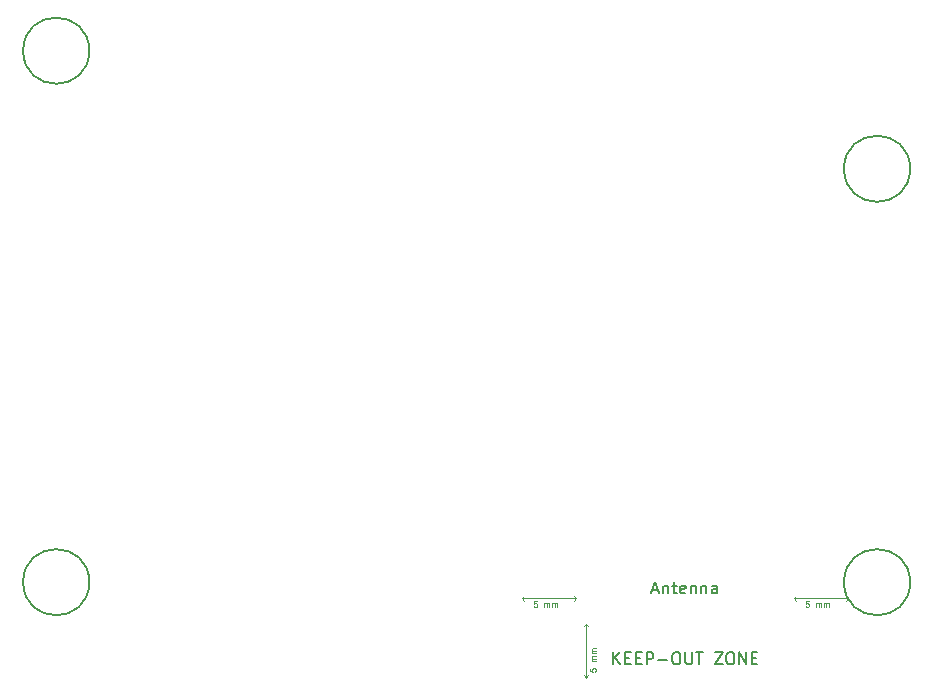
<source format=gbr>
%TF.GenerationSoftware,KiCad,Pcbnew,(6.0.2)*%
%TF.CreationDate,2022-09-20T17:08:32+02:00*%
%TF.ProjectId,led-board,6c65642d-626f-4617-9264-2e6b69636164,rev?*%
%TF.SameCoordinates,Original*%
%TF.FileFunction,Other,Comment*%
%FSLAX46Y46*%
G04 Gerber Fmt 4.6, Leading zero omitted, Abs format (unit mm)*
G04 Created by KiCad (PCBNEW (6.0.2)) date 2022-09-20 17:08:32*
%MOMM*%
%LPD*%
G01*
G04 APERTURE LIST*
%ADD10C,0.100000*%
%ADD11C,0.150000*%
G04 APERTURE END LIST*
D10*
%TO.C,U1*%
X75311904Y-72851190D02*
X75073809Y-72851190D01*
X75050000Y-73089285D01*
X75073809Y-73065476D01*
X75121428Y-73041666D01*
X75240476Y-73041666D01*
X75288095Y-73065476D01*
X75311904Y-73089285D01*
X75335714Y-73136904D01*
X75335714Y-73255952D01*
X75311904Y-73303571D01*
X75288095Y-73327380D01*
X75240476Y-73351190D01*
X75121428Y-73351190D01*
X75073809Y-73327380D01*
X75050000Y-73303571D01*
X75930952Y-73351190D02*
X75930952Y-73017857D01*
X75930952Y-73065476D02*
X75954761Y-73041666D01*
X76002380Y-73017857D01*
X76073809Y-73017857D01*
X76121428Y-73041666D01*
X76145238Y-73089285D01*
X76145238Y-73351190D01*
X76145238Y-73089285D02*
X76169047Y-73041666D01*
X76216666Y-73017857D01*
X76288095Y-73017857D01*
X76335714Y-73041666D01*
X76359523Y-73089285D01*
X76359523Y-73351190D01*
X76597619Y-73351190D02*
X76597619Y-73017857D01*
X76597619Y-73065476D02*
X76621428Y-73041666D01*
X76669047Y-73017857D01*
X76740476Y-73017857D01*
X76788095Y-73041666D01*
X76811904Y-73089285D01*
X76811904Y-73351190D01*
X76811904Y-73089285D02*
X76835714Y-73041666D01*
X76883333Y-73017857D01*
X76954761Y-73017857D01*
X77002380Y-73041666D01*
X77026190Y-73089285D01*
X77026190Y-73351190D01*
X98311904Y-72851190D02*
X98073809Y-72851190D01*
X98050000Y-73089285D01*
X98073809Y-73065476D01*
X98121428Y-73041666D01*
X98240476Y-73041666D01*
X98288095Y-73065476D01*
X98311904Y-73089285D01*
X98335714Y-73136904D01*
X98335714Y-73255952D01*
X98311904Y-73303571D01*
X98288095Y-73327380D01*
X98240476Y-73351190D01*
X98121428Y-73351190D01*
X98073809Y-73327380D01*
X98050000Y-73303571D01*
X98930952Y-73351190D02*
X98930952Y-73017857D01*
X98930952Y-73065476D02*
X98954761Y-73041666D01*
X99002380Y-73017857D01*
X99073809Y-73017857D01*
X99121428Y-73041666D01*
X99145238Y-73089285D01*
X99145238Y-73351190D01*
X99145238Y-73089285D02*
X99169047Y-73041666D01*
X99216666Y-73017857D01*
X99288095Y-73017857D01*
X99335714Y-73041666D01*
X99359523Y-73089285D01*
X99359523Y-73351190D01*
X99597619Y-73351190D02*
X99597619Y-73017857D01*
X99597619Y-73065476D02*
X99621428Y-73041666D01*
X99669047Y-73017857D01*
X99740476Y-73017857D01*
X99788095Y-73041666D01*
X99811904Y-73089285D01*
X99811904Y-73351190D01*
X99811904Y-73089285D02*
X99835714Y-73041666D01*
X99883333Y-73017857D01*
X99954761Y-73017857D01*
X100002380Y-73041666D01*
X100026190Y-73089285D01*
X100026190Y-73351190D01*
D11*
X85088095Y-71916666D02*
X85564285Y-71916666D01*
X84992857Y-72202380D02*
X85326190Y-71202380D01*
X85659523Y-72202380D01*
X85992857Y-71535714D02*
X85992857Y-72202380D01*
X85992857Y-71630952D02*
X86040476Y-71583333D01*
X86135714Y-71535714D01*
X86278571Y-71535714D01*
X86373809Y-71583333D01*
X86421428Y-71678571D01*
X86421428Y-72202380D01*
X86754761Y-71535714D02*
X87135714Y-71535714D01*
X86897619Y-71202380D02*
X86897619Y-72059523D01*
X86945238Y-72154761D01*
X87040476Y-72202380D01*
X87135714Y-72202380D01*
X87850000Y-72154761D02*
X87754761Y-72202380D01*
X87564285Y-72202380D01*
X87469047Y-72154761D01*
X87421428Y-72059523D01*
X87421428Y-71678571D01*
X87469047Y-71583333D01*
X87564285Y-71535714D01*
X87754761Y-71535714D01*
X87850000Y-71583333D01*
X87897619Y-71678571D01*
X87897619Y-71773809D01*
X87421428Y-71869047D01*
X88326190Y-71535714D02*
X88326190Y-72202380D01*
X88326190Y-71630952D02*
X88373809Y-71583333D01*
X88469047Y-71535714D01*
X88611904Y-71535714D01*
X88707142Y-71583333D01*
X88754761Y-71678571D01*
X88754761Y-72202380D01*
X89230952Y-71535714D02*
X89230952Y-72202380D01*
X89230952Y-71630952D02*
X89278571Y-71583333D01*
X89373809Y-71535714D01*
X89516666Y-71535714D01*
X89611904Y-71583333D01*
X89659523Y-71678571D01*
X89659523Y-72202380D01*
X90564285Y-72202380D02*
X90564285Y-71678571D01*
X90516666Y-71583333D01*
X90421428Y-71535714D01*
X90230952Y-71535714D01*
X90135714Y-71583333D01*
X90564285Y-72154761D02*
X90469047Y-72202380D01*
X90230952Y-72202380D01*
X90135714Y-72154761D01*
X90088095Y-72059523D01*
X90088095Y-71964285D01*
X90135714Y-71869047D01*
X90230952Y-71821428D01*
X90469047Y-71821428D01*
X90564285Y-71773809D01*
X81778571Y-78202380D02*
X81778571Y-77202380D01*
X82350000Y-78202380D02*
X81921428Y-77630952D01*
X82350000Y-77202380D02*
X81778571Y-77773809D01*
X82778571Y-77678571D02*
X83111904Y-77678571D01*
X83254761Y-78202380D02*
X82778571Y-78202380D01*
X82778571Y-77202380D01*
X83254761Y-77202380D01*
X83683333Y-77678571D02*
X84016666Y-77678571D01*
X84159523Y-78202380D02*
X83683333Y-78202380D01*
X83683333Y-77202380D01*
X84159523Y-77202380D01*
X84588095Y-78202380D02*
X84588095Y-77202380D01*
X84969047Y-77202380D01*
X85064285Y-77250000D01*
X85111904Y-77297619D01*
X85159523Y-77392857D01*
X85159523Y-77535714D01*
X85111904Y-77630952D01*
X85064285Y-77678571D01*
X84969047Y-77726190D01*
X84588095Y-77726190D01*
X85588095Y-77821428D02*
X86350000Y-77821428D01*
X87016666Y-77202380D02*
X87207142Y-77202380D01*
X87302380Y-77250000D01*
X87397619Y-77345238D01*
X87445238Y-77535714D01*
X87445238Y-77869047D01*
X87397619Y-78059523D01*
X87302380Y-78154761D01*
X87207142Y-78202380D01*
X87016666Y-78202380D01*
X86921428Y-78154761D01*
X86826190Y-78059523D01*
X86778571Y-77869047D01*
X86778571Y-77535714D01*
X86826190Y-77345238D01*
X86921428Y-77250000D01*
X87016666Y-77202380D01*
X87873809Y-77202380D02*
X87873809Y-78011904D01*
X87921428Y-78107142D01*
X87969047Y-78154761D01*
X88064285Y-78202380D01*
X88254761Y-78202380D01*
X88350000Y-78154761D01*
X88397619Y-78107142D01*
X88445238Y-78011904D01*
X88445238Y-77202380D01*
X88778571Y-77202380D02*
X89350000Y-77202380D01*
X89064285Y-78202380D02*
X89064285Y-77202380D01*
X90350000Y-77202380D02*
X91016666Y-77202380D01*
X90350000Y-78202380D01*
X91016666Y-78202380D01*
X91588095Y-77202380D02*
X91778571Y-77202380D01*
X91873809Y-77250000D01*
X91969047Y-77345238D01*
X92016666Y-77535714D01*
X92016666Y-77869047D01*
X91969047Y-78059523D01*
X91873809Y-78154761D01*
X91778571Y-78202380D01*
X91588095Y-78202380D01*
X91492857Y-78154761D01*
X91397619Y-78059523D01*
X91350000Y-77869047D01*
X91350000Y-77535714D01*
X91397619Y-77345238D01*
X91492857Y-77250000D01*
X91588095Y-77202380D01*
X92445238Y-78202380D02*
X92445238Y-77202380D01*
X93016666Y-78202380D01*
X93016666Y-77202380D01*
X93492857Y-77678571D02*
X93826190Y-77678571D01*
X93969047Y-78202380D02*
X93492857Y-78202380D01*
X93492857Y-77202380D01*
X93969047Y-77202380D01*
D10*
X79776190Y-78563095D02*
X79776190Y-78801190D01*
X80014285Y-78825000D01*
X79990476Y-78801190D01*
X79966666Y-78753571D01*
X79966666Y-78634523D01*
X79990476Y-78586904D01*
X80014285Y-78563095D01*
X80061904Y-78539285D01*
X80180952Y-78539285D01*
X80228571Y-78563095D01*
X80252380Y-78586904D01*
X80276190Y-78634523D01*
X80276190Y-78753571D01*
X80252380Y-78801190D01*
X80228571Y-78825000D01*
X80276190Y-77944047D02*
X79942857Y-77944047D01*
X79990476Y-77944047D02*
X79966666Y-77920238D01*
X79942857Y-77872619D01*
X79942857Y-77801190D01*
X79966666Y-77753571D01*
X80014285Y-77729761D01*
X80276190Y-77729761D01*
X80014285Y-77729761D02*
X79966666Y-77705952D01*
X79942857Y-77658333D01*
X79942857Y-77586904D01*
X79966666Y-77539285D01*
X80014285Y-77515476D01*
X80276190Y-77515476D01*
X80276190Y-77277380D02*
X79942857Y-77277380D01*
X79990476Y-77277380D02*
X79966666Y-77253571D01*
X79942857Y-77205952D01*
X79942857Y-77134523D01*
X79966666Y-77086904D01*
X80014285Y-77063095D01*
X80276190Y-77063095D01*
X80014285Y-77063095D02*
X79966666Y-77039285D01*
X79942857Y-76991666D01*
X79942857Y-76920238D01*
X79966666Y-76872619D01*
X80014285Y-76848809D01*
X80276190Y-76848809D01*
X79450000Y-74750000D02*
X79650000Y-74950000D01*
X79450000Y-74750000D02*
X79250000Y-74950000D01*
X101650000Y-72625000D02*
X101450000Y-72825000D01*
X101650000Y-72625000D02*
X97050000Y-72625000D01*
X79450000Y-74750000D02*
X79450000Y-79350000D01*
X79450000Y-79350000D02*
X79650000Y-79150000D01*
X78650000Y-72625000D02*
X74050000Y-72625000D01*
X74050000Y-72625000D02*
X74250000Y-72425000D01*
X101650000Y-72625000D02*
X101450000Y-72425000D01*
X97050000Y-72625000D02*
X97250000Y-72825000D01*
X74050000Y-72625000D02*
X74250000Y-72825000D01*
X97050000Y-72625000D02*
X97250000Y-72425000D01*
X78650000Y-72625000D02*
X78450000Y-72825000D01*
X78650000Y-72625000D02*
X78450000Y-72425000D01*
X79450000Y-79350000D02*
X79250000Y-79150000D01*
D11*
%TO.C,H2*%
X37400000Y-71250000D02*
G75*
G03*
X37400000Y-71250000I-2800000J0D01*
G01*
%TO.C,H1*%
X37400000Y-26250000D02*
G75*
G03*
X37400000Y-26250000I-2800000J0D01*
G01*
%TO.C,H4*%
X106900000Y-71250000D02*
G75*
G03*
X106900000Y-71250000I-2800000J0D01*
G01*
%TO.C,H3*%
X106900000Y-36250000D02*
G75*
G03*
X106900000Y-36250000I-2800000J0D01*
G01*
%TD*%
M02*

</source>
